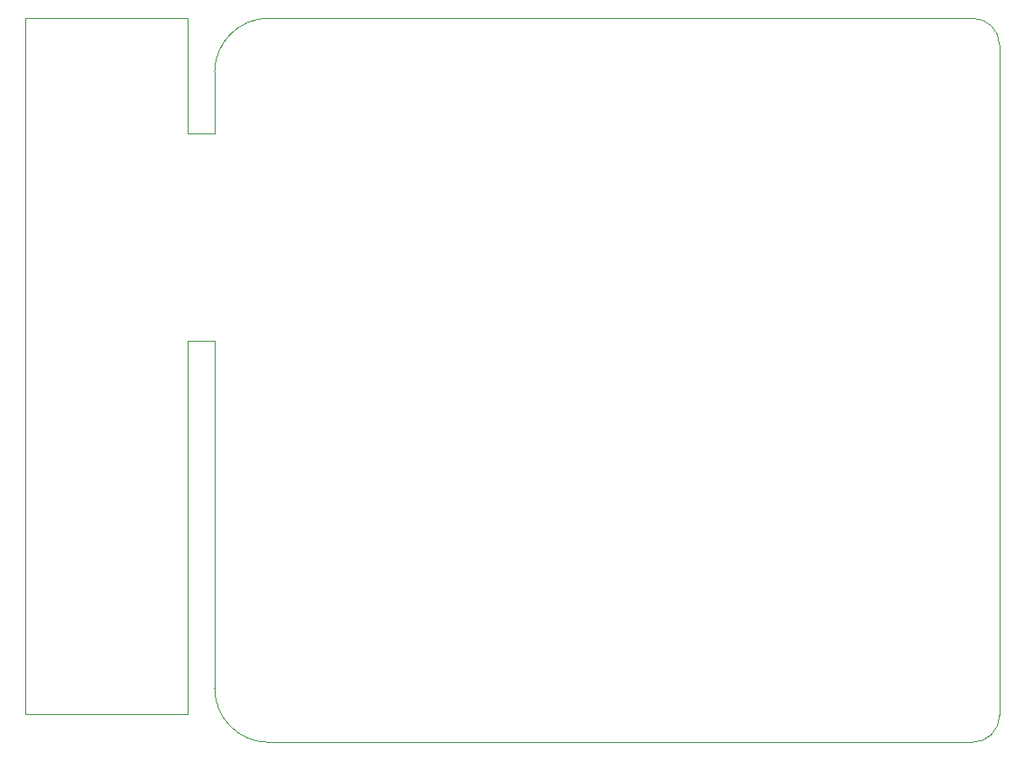
<source format=gbr>
G04 #@! TF.GenerationSoftware,KiCad,Pcbnew,(5.1.5)-3*
G04 #@! TF.CreationDate,2020-10-18T18:03:21-04:00*
G04 #@! TF.ProjectId,VFO-002,56464f2d-3030-4322-9e6b-696361645f70,1*
G04 #@! TF.SameCoordinates,Original*
G04 #@! TF.FileFunction,Profile,NP*
%FSLAX46Y46*%
G04 Gerber Fmt 4.6, Leading zero omitted, Abs format (unit mm)*
G04 Created by KiCad (PCBNEW (5.1.5)-3) date 2020-10-18 18:03:21*
%MOMM*%
%LPD*%
G04 APERTURE LIST*
%ADD10C,0.100000*%
G04 APERTURE END LIST*
D10*
X114220000Y-91420000D02*
X114195000Y-58776800D01*
X187880000Y-93960000D02*
X187880000Y-31040000D01*
X185340000Y-28500000D02*
X119300000Y-28500000D01*
X114220000Y-33580000D02*
X114220000Y-39320400D01*
X119300000Y-96500000D02*
X185340000Y-96500000D01*
X187880000Y-93960000D02*
G75*
G02X185340000Y-96500000I-2540000J0D01*
G01*
X185340000Y-28500000D02*
G75*
G02X187880000Y-31040000I0J-2540000D01*
G01*
X114220000Y-33580000D02*
G75*
G02X119300000Y-28500000I5080000J0D01*
G01*
X119300000Y-96500000D02*
G75*
G02X114220000Y-91420000I0J5080000D01*
G01*
X96414600Y-93828800D02*
X96440000Y-28500000D01*
X111654600Y-93828800D02*
X96414600Y-93828800D01*
X111680000Y-58776800D02*
X111654600Y-93828800D01*
X114194600Y-58776800D02*
X111679600Y-58776800D01*
X111680000Y-39320400D02*
X114220000Y-39320400D01*
X111680000Y-28500000D02*
X111680000Y-39320400D01*
X96440000Y-28500000D02*
X111680000Y-28500000D01*
M02*

</source>
